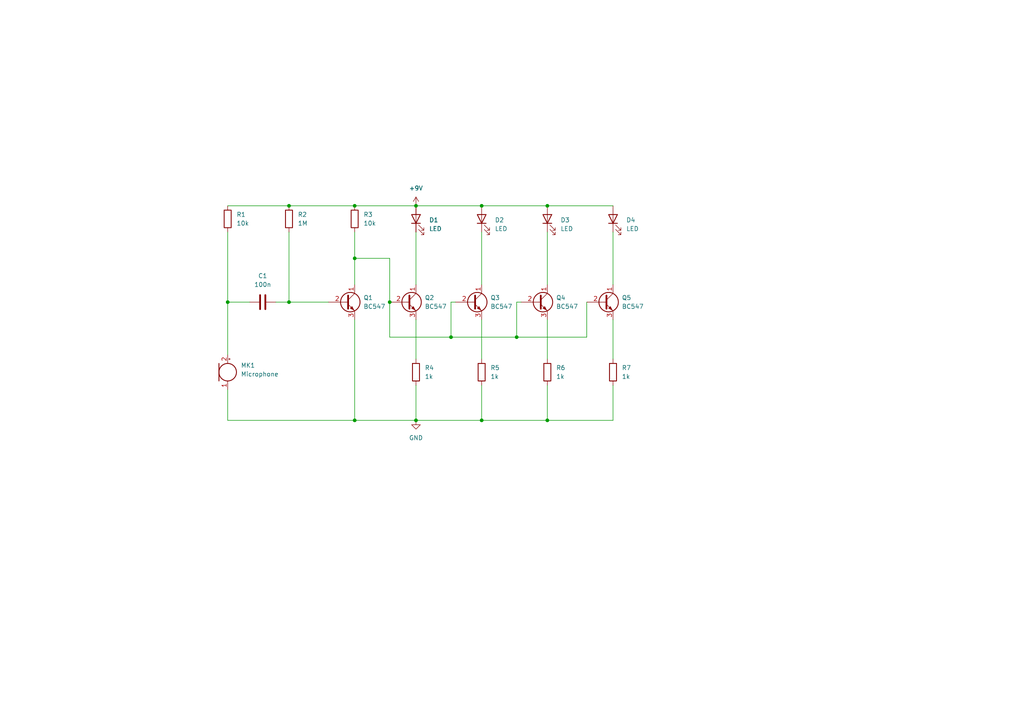
<source format=kicad_sch>
(kicad_sch (version 20231120) (generator "eeschema") (generator_version "8.0")
  (paper "A4")
  (title_block (title "LED Control System") (date "2024-10-22") (rev "0") (company "Kristiyan Petsanov"))
  (lib_symbols
    (symbol "Device:C" (pin_numbers hide) (pin_names (offset 0.254))
      (property "Reference" "C" (at 0.635 2.54 0))
      (property "Value" "C" (at 0.635 -2.54 0))
      (symbol "C_0_1"
        (polyline (pts (xy -2.032 -0.762) (xy 2.032 -0.762)) (stroke (width 0.508)))
        (polyline (pts (xy -2.032 0.762) (xy 2.032 0.762)) (stroke (width 0.508)))
      )
      (symbol "C_1_1"
        (pin passive line (at 0 3.81 270) (length 2.794) (name "~") (number "1"))
        (pin passive line (at 0 -3.81 90) (length 2.794) (name "~") (number "2"))
      )
    )
    (symbol "Device:LED" (pin_numbers hide) (pin_names (offset 1.016) hide)
      (property "Reference" "D" (at 0 2.54 0))
      (property "Value" "LED" (at 0 -2.54 0))
      (symbol "LED_0_1"
        (polyline (pts (xy -1.27 -1.27) (xy -1.27 1.27)) (stroke (width 0.254)))
        (polyline (pts (xy -1.27 0) (xy 1.27 0)))
        (polyline (pts (xy 1.27 -1.27) (xy 1.27 1.27) (xy -1.27 0) (xy 1.27 -1.27)) (stroke (width 0.254)))
        (polyline (pts (xy -3.048 -0.762) (xy -4.572 -2.286) (xy -3.81 -2.286) (xy -4.572 -2.286) (xy -4.572 -1.524)))
        (polyline (pts (xy -1.778 -0.762) (xy -3.302 -2.286) (xy -2.54 -2.286) (xy -3.302 -2.286) (xy -3.302 -1.524)))
      )
      (symbol "LED_1_1"
        (pin passive line (at -3.81 0 0) (length 2.54) (name "K") (number "1"))
        (pin passive line (at 3.81 0 180) (length 2.54) (name "A") (number "2"))
      )
    )
    (symbol "Device:Microphone" (pin_names (offset 0.0254) hide)
      (property "Reference" "MK" (at -3.81 1.27 0))
      (property "Value" "Microphone" (at -3.81 -0.635 0))
      (symbol "Microphone_0_1"
        (polyline (pts (xy -2.54 2.54) (xy -2.54 -2.54)) (stroke (width 0.254)))
        (polyline (pts (xy 0.254 3.81) (xy 0.762 3.81)))
        (polyline (pts (xy 0.508 4.064) (xy 0.508 3.556)))
        (circle (center 0 0) (radius 2.54) (stroke (width 0.254)))
      )
      (symbol "Microphone_1_1"
        (pin passive line (at 0 -5.08 90) (length 2.54) (name "-") (number "1"))
        (pin passive line (at 0 5.08 270) (length 2.54) (name "+") (number "2"))
      )
    )
    (symbol "Device:R" (pin_numbers hide) (pin_names (offset 0))
      (property "Reference" "R" (at 2.032 0 90))
      (property "Value" "R" (at 0 0 90))
      (symbol "R_0_1"
        (rectangle (start -1.016 -2.54) (end 1.016 2.54) (stroke (width 0.254)))
      )
      (symbol "R_1_1"
        (pin passive line (at 0 3.81 270) (length 1.27) (name "~") (number "1"))
        (pin passive line (at 0 -3.81 90) (length 1.27) (name "~") (number "2"))
      )
    )
    (symbol "Transistor_BJT:BC547" (pin_names (offset 0) hide)
      (property "Reference" "Q" (at 5.08 1.905 0))
      (property "Value" "BC547" (at 5.08 0 0))
      (symbol "BC547_0_1"
        (polyline (pts (xy 0 0) (xy 0.635 0)))
        (polyline (pts (xy 0.635 0.635) (xy 2.54 2.54)))
        (polyline (pts (xy 0.635 -0.635) (xy 2.54 -2.54) (xy 2.54 -2.54)))
        (polyline (pts (xy 0.635 1.905) (xy 0.635 -1.905) (xy 0.635 -1.905)) (stroke (width 0.508)))
        (polyline (pts (xy 1.27 -1.778) (xy 1.778 -1.27) (xy 2.286 -2.286) (xy 1.27 -1.778) (xy 1.27 -1.778)) (fill (type outline)))
        (circle (center 1.27 0) (radius 2.8194) (stroke (width 0.254)))
      )
      (symbol "BC547_1_1"
        (pin passive line (at 2.54 5.08 270) (length 2.54) (name "C") (number "1"))
        (pin input line (at -5.08 0 0) (length 5.08) (name "B") (number "2"))
        (pin passive line (at 2.54 -5.08 90) (length 2.54) (name "E") (number "3"))
      )
    )
    (symbol "power:+9V" (power) (pin_numbers hide) (pin_names (offset 0) hide)
      (property "Value" "+9V" (at 0 3.556 0))
      (symbol "+9V_0_1"
        (polyline (pts (xy -0.762 1.27) (xy 0 2.54)))
        (polyline (pts (xy 0 0) (xy 0 2.54)))
        (polyline (pts (xy 0 2.54) (xy 0.762 1.27)))
      )
      (symbol "+9V_1_1"
        (pin power_in line (at 0 0 90) (length 0) (name "~") (number "1"))
      )
    )
    (symbol "power:GND" (power) (pin_numbers hide) (pin_names (offset 0) hide)
      (property "Value" "GND" (at 0 -3.81 0))
      (symbol "GND_0_1"
        (polyline (pts (xy 0 0) (xy 0 -1.27) (xy 1.27 -1.27) (xy 0 -2.54) (xy -1.27 -1.27) (xy 0 -1.27)))
      )
      (symbol "GND_1_1"
        (pin power_in line (at 0 0 270) (length 0) (name "~") (number "1"))
      )
    )
  )
  (junction (at 158.75 59.69))
  (junction (at 83.82 87.63))
  (junction (at 102.87 74.93))
  (junction (at 130.81 97.79))
  (junction (at 102.87 121.92))
  (junction (at 120.65 121.92))
  (junction (at 158.75 121.92))
  (junction (at 139.7 59.69))
  (junction (at 113.03 87.63))
  (junction (at 83.82 59.69))
  (junction (at 139.7 121.92))
  (junction (at 120.65 59.69))
  (junction (at 66.04 87.63))
  (junction (at 102.87 59.69))
  (junction (at 149.86 97.79))
  (wire (pts (xy 151.13 87.63) (xy 149.86 87.63)))
  (wire (pts (xy 83.82 87.63) (xy 80.01 87.63)))
  (wire (pts (xy 66.04 59.69) (xy 83.82 59.69)))
  (wire (pts (xy 120.65 67.31) (xy 120.65 82.55)))
  (wire (pts (xy 158.75 111.76) (xy 158.75 121.92)))
  (wire (pts (xy 132.08 87.63) (xy 130.81 87.63)))
  (wire (pts (xy 66.04 102.87) (xy 66.04 87.63)))
  (wire (pts (xy 102.87 121.92) (xy 120.65 121.92)))
  (wire (pts (xy 83.82 67.31) (xy 83.82 87.63)))
  (wire (pts (xy 158.75 67.31) (xy 158.75 82.55)))
  (wire (pts (xy 139.7 59.69) (xy 158.75 59.69)))
  (wire (pts (xy 66.04 113.03) (xy 66.04 121.92)))
  (wire (pts (xy 102.87 67.31) (xy 102.87 74.93)))
  (wire (pts (xy 95.25 87.63) (xy 83.82 87.63)))
  (wire (pts (xy 170.18 97.79) (xy 149.86 97.79)))
  (wire (pts (xy 158.75 121.92) (xy 177.8 121.92)))
  (wire (pts (xy 130.81 87.63) (xy 130.81 97.79)))
  (wire (pts (xy 158.75 59.69) (xy 177.8 59.69)))
  (wire (pts (xy 113.03 87.63) (xy 113.03 74.93)))
  (wire (pts (xy 120.65 59.69) (xy 139.7 59.69)))
  (wire (pts (xy 66.04 121.92) (xy 102.87 121.92)))
  (wire (pts (xy 177.8 121.92) (xy 177.8 111.76)))
  (wire (pts (xy 66.04 67.31) (xy 66.04 87.63)))
  (wire (pts (xy 113.03 74.93) (xy 102.87 74.93)))
  (wire (pts (xy 66.04 87.63) (xy 72.39 87.63)))
  (wire (pts (xy 83.82 59.69) (xy 102.87 59.69)))
  (wire (pts (xy 113.03 97.79) (xy 113.03 87.63)))
  (wire (pts (xy 102.87 74.93) (xy 102.87 82.55)))
  (wire (pts (xy 170.18 87.63) (xy 170.18 97.79)))
  (wire (pts (xy 177.8 67.31) (xy 177.8 82.55)))
  (wire (pts (xy 120.65 121.92) (xy 139.7 121.92)))
  (wire (pts (xy 149.86 87.63) (xy 149.86 97.79)))
  (wire (pts (xy 139.7 92.71) (xy 139.7 104.14)))
  (wire (pts (xy 139.7 121.92) (xy 158.75 121.92)))
  (wire (pts (xy 158.75 92.71) (xy 158.75 104.14)))
  (wire (pts (xy 177.8 92.71) (xy 177.8 104.14)))
  (wire (pts (xy 149.86 97.79) (xy 130.81 97.79)))
  (wire (pts (xy 120.65 111.76) (xy 120.65 121.92)))
  (wire (pts (xy 102.87 92.71) (xy 102.87 121.92)))
  (wire (pts (xy 102.87 59.69) (xy 120.65 59.69)))
  (wire (pts (xy 113.03 97.79) (xy 130.81 97.79)))
  (wire (pts (xy 120.65 92.71) (xy 120.65 104.14)))
  (wire (pts (xy 139.7 67.31) (xy 139.7 82.55)))
  (wire (pts (xy 139.7 111.76) (xy 139.7 121.92)))
  (symbol (lib_id "Device:Microphone") (at 66.04 107.95 0) (unit 1)
    (property "Reference" "MK1" (at 69.85 105.9814 0) (effects (justify left)))
    (property "Value" "Microphone" (at 69.85 108.5214 0) (effects (justify left)))
    (property "Footprint" "Sensor_Audio:CUI_CMC-4013-SMT" (effects (hide yes)))
    (property "Description" "Microphone" (effects (hide yes)))
  )
  (symbol (lib_id "Device:LED") (at 139.7 63.5 90) (unit 1)
    (property "Reference" "D2" (at 143.51 63.8174 90) (effects (justify right)))
    (property "Value" "LED" (at 143.51 66.3574 90) (effects (justify right)))
    (property "Footprint" "LED_THT:LED_D8.0mm" (effects (hide yes)))
    (property "Description" "Light emitting diode" (effects (hide yes)))
  )
  (symbol (lib_id "Transistor_BJT:BC547") (at 100.33 87.63 0) (unit 1)
    (property "Reference" "Q1" (at 105.41 86.3599 0) (effects (justify left)))
    (property "Value" "BC547" (at 105.41 88.8999 0) (effects (justify left)))
    (property "Footprint" "Package_TO_SOT_THT:TO-92_Inline" (effects (hide yes)))
    (property "Datasheet" "https://www.onsemi.com/pub/Collateral/BC550-D.pdf" (effects (hide yes)))
    (property "Description" "0.1A Ic, 45V Vce, Small Signal NPN Transistor, TO-92" (effects (hide yes)))
  )
  (symbol (lib_id "Transistor_BJT:BC547") (at 137.16 87.63 0) (unit 1)
    (property "Reference" "Q3" (at 142.24 86.3599 0) (effects (justify left)))
    (property "Value" "BC547" (at 142.24 88.8999 0) (effects (justify left)))
    (property "Footprint" "Package_TO_SOT_THT:TO-92_Inline" (effects (hide yes)))
    (property "Datasheet" "https://www.onsemi.com/pub/Collateral/BC550-D.pdf" (effects (hide yes)))
    (property "Description" "0.1A Ic, 45V Vce, Small Signal NPN Transistor, TO-92" (effects (hide yes)))
  )
  (symbol (lib_id "Transistor_BJT:BC547") (at 175.26 87.63 0) (unit 1)
    (property "Reference" "Q5" (at 180.34 86.3599 0) (effects (justify left)))
    (property "Value" "BC547" (at 180.34 88.8999 0) (effects (justify left)))
    (property "Footprint" "Package_TO_SOT_THT:TO-92_Inline" (effects (hide yes)))
    (property "Datasheet" "https://www.onsemi.com/pub/Collateral/BC550-D.pdf" (effects (hide yes)))
    (property "Description" "0.1A Ic, 45V Vce, Small Signal NPN Transistor, TO-92" (effects (hide yes)))
  )
  (symbol (lib_id "Device:R") (at 102.87 63.5 0) (unit 1)
    (property "Reference" "R3" (at 105.41 62.2299 0) (effects (justify left)))
    (property "Value" "10k" (at 105.41 64.7699 0) (effects (justify left)))
    (property "Footprint" "Resistor_SMD:R_1210_3225Metric" (effects (hide yes)))
    (property "Description" "Resistor" (effects (hide yes)))
  )
  (symbol (lib_id "Transistor_BJT:BC547") (at 156.21 87.63 0) (unit 1)
    (property "Reference" "Q4" (at 161.29 86.3599 0) (effects (justify left)))
    (property "Value" "BC547" (at 161.29 88.8999 0) (effects (justify left)))
    (property "Footprint" "Package_TO_SOT_THT:TO-92_Inline" (effects (hide yes)))
    (property "Datasheet" "https://www.onsemi.com/pub/Collateral/BC550-D.pdf" (effects (hide yes)))
    (property "Description" "0.1A Ic, 45V Vce, Small Signal NPN Transistor, TO-92" (effects (hide yes)))
  )
  (symbol (lib_id "Device:LED") (at 177.8 63.5 90) (unit 1)
    (property "Reference" "D4" (at 181.61 63.8174 90) (effects (justify right)))
    (property "Value" "LED" (at 181.61 66.3574 90) (effects (justify right)))
    (property "Footprint" "LED_THT:LED_D8.0mm" (effects (hide yes)))
    (property "Description" "Light emitting diode" (effects (hide yes)))
  )
  (symbol (lib_id "Device:R") (at 177.8 107.95 0) (unit 1)
    (property "Reference" "R7" (at 180.34 106.6799 0) (effects (justify left)))
    (property "Value" "1k" (at 180.34 109.2199 0) (effects (justify left)))
    (property "Footprint" "Resistor_SMD:R_1210_3225Metric" (effects (hide yes)))
    (property "Description" "Resistor" (effects (hide yes)))
  )
  (symbol (lib_id "Device:R") (at 139.7 107.95 0) (unit 1)
    (property "Reference" "R5" (at 142.24 106.6799 0) (effects (justify left)))
    (property "Value" "1k" (at 142.24 109.2199 0) (effects (justify left)))
    (property "Footprint" "Resistor_SMD:R_1210_3225Metric" (effects (hide yes)))
    (property "Description" "Resistor" (effects (hide yes)))
  )
  (symbol (lib_id "Device:LED") (at 120.65 63.5 90) (unit 1)
    (property "Reference" "D1" (at 124.46 63.8174 90) (effects (justify right)))
    (property "Value" "LED" (at 124.46 66.3574 90) (effects (justify right)))
    (property "Footprint" "LED_THT:LED_D8.0mm" (effects (hide yes)))
    (property "Description" "Light emitting diode" (effects (hide yes)))
  )
  (symbol (lib_id "power:+9V") (at 120.65 59.69 0) (unit 1)
    (property "Reference" "#PWR01" (effects (hide yes)))
    (property "Value" "+9V" (at 120.65 54.61 0))
    (property "Description" "Power symbol creates a global label with name \"+9V\"" (effects (hide yes)))
  )
  (symbol (lib_id "power:GND") (at 120.65 121.92 0) (unit 1)
    (property "Reference" "#PWR03" (effects (hide yes)))
    (property "Value" "GND" (at 120.65 127 0))
    (property "Description" "Power symbol creates a global label with name \"GND\" , ground" (effects (hide yes)))
  )
  (symbol (lib_id "Transistor_BJT:BC547") (at 118.11 87.63 0) (unit 1)
    (property "Reference" "Q2" (at 123.19 86.3599 0) (effects (justify left)))
    (property "Value" "BC547" (at 123.19 88.8999 0) (effects (justify left)))
    (property "Footprint" "Package_TO_SOT_THT:TO-92_Inline" (effects (hide yes)))
    (property "Datasheet" "https://www.onsemi.com/pub/Collateral/BC550-D.pdf" (effects (hide yes)))
    (property "Description" "0.1A Ic, 45V Vce, Small Signal NPN Transistor, TO-92" (effects (hide yes)))
  )
  (symbol (lib_id "Device:R") (at 83.82 63.5 0) (unit 1)
    (property "Reference" "R2" (at 86.36 62.2299 0) (effects (justify left)))
    (property "Value" "1M" (at 86.36 64.7699 0) (effects (justify left)))
    (property "Footprint" "Resistor_SMD:R_1210_3225Metric" (effects (hide yes)))
    (property "Description" "Resistor" (effects (hide yes)))
  )
  (symbol (lib_id "Device:R") (at 120.65 107.95 0) (unit 1)
    (property "Reference" "R4" (at 123.19 106.6799 0) (effects (justify left)))
    (property "Value" "1k" (at 123.19 109.2199 0) (effects (justify left)))
    (property "Footprint" "Resistor_SMD:R_1210_3225Metric" (effects (hide yes)))
    (property "Description" "Resistor" (effects (hide yes)))
  )
  (symbol (lib_id "Device:C") (at 76.2 87.63 90) (unit 1)
    (property "Reference" "C1" (at 76.2 80.01 90))
    (property "Value" "100n" (at 76.2 82.55 90))
    (property "Footprint" "Capacitor_SMD:C_1210_3225Metric" (effects (hide yes)))
    (property "Description" "Unpolarized capacitor" (effects (hide yes)))
  )
  (symbol (lib_id "Device:LED") (at 158.75 63.5 90) (unit 1)
    (property "Reference" "D3" (at 162.56 63.8174 90) (effects (justify right)))
    (property "Value" "LED" (at 162.56 66.3574 90) (effects (justify right)))
    (property "Footprint" "LED_THT:LED_D8.0mm" (effects (hide yes)))
    (property "Description" "Light emitting diode" (effects (hide yes)))
  )
  (symbol (lib_id "Device:R") (at 158.75 107.95 0) (unit 1)
    (property "Reference" "R6" (at 161.29 106.6799 0) (effects (justify left)))
    (property "Value" "1k" (at 161.29 109.2199 0) (effects (justify left)))
    (property "Footprint" "Resistor_SMD:R_1210_3225Metric" (effects (hide yes)))
    (property "Description" "Resistor" (effects (hide yes)))
  )
  (symbol (lib_id "Device:R") (at 66.04 63.5 0) (unit 1)
    (property "Reference" "R1" (at 68.58 62.2299 0) (effects (justify left)))
    (property "Value" "10k" (at 68.58 64.7699 0) (effects (justify left)))
    (property "Footprint" "Resistor_SMD:R_1210_3225Metric" (effects (hide yes)))
    (property "Description" "Resistor" (effects (hide yes)))
  )
)
</source>
